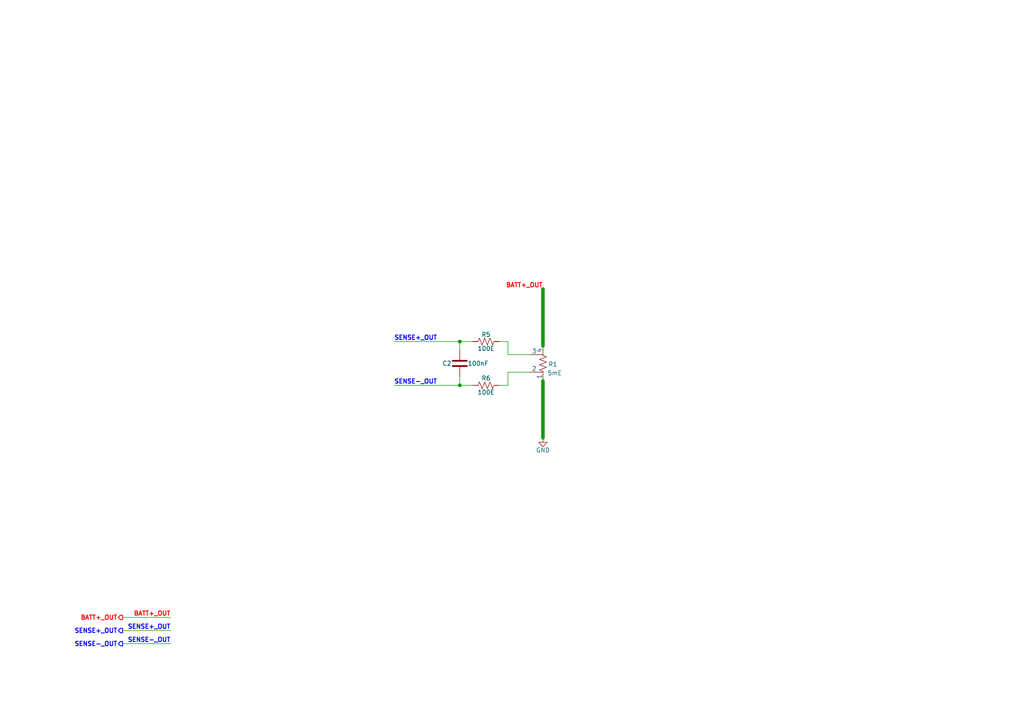
<source format=kicad_sch>
(kicad_sch (version 20231120) (generator "eeschema") (generator_version "8.0")
  (paper "A4")
  (title_block (title "Current Shunt") (date "2024-03-18") (rev "v1.0") (company "HW-Tinkerers") (comment 1 "Email: bhandarkasrishtikr111@gmail.com") (comment 2 "Author: Srishtik Bhandarkar") (comment 3 "Email: vaibhavkhatri00@gmail.com") (comment 4 "Author: Vaibhav Khatri"))
  (lib_symbols
    (symbol "PP_PoC:C" (pin_numbers hide) (pin_names (offset 0.254))
      (property "Reference" "C" (at 0.635 2.54 0))
      (property "Value" "C" (at 0.635 -2.54 0))
      (symbol "C_0_1"
        (polyline (pts (xy -2.032 -0.762) (xy 2.032 -0.762)) (stroke (width 0.508)))
        (polyline (pts (xy -2.032 0.762) (xy 2.032 0.762)) (stroke (width 0.508)))
      )
      (symbol "C_1_1"
        (pin passive line (at 0 3.81 270) (length 2.794) (name "~") (number "1"))
        (pin passive line (at 0 -3.81 90) (length 2.794) (name "~") (number "2"))
      )
    )
    (symbol "PP_PoC:GND" (power) (pin_numbers hide) (pin_names (offset 0) hide)
      (property "Value" "GND" (at 0 -3.302 0))
      (symbol "GND_0_1"
        (polyline (pts (xy 0 0) (xy 0 -1.27) (xy 1.27 -1.27) (xy 0 -2.54) (xy -1.27 -1.27) (xy 0 -1.27)))
      )
      (symbol "GND_1_1"
        (pin power_in line (at 0 0 270) (length 0) (name "~") (number "1"))
      )
    )
    (symbol "PP_PoC:R_Shunt_US" (pin_numbers hide) (pin_names (offset 0))
      (property "Reference" "R" (at -5.08 0 90))
      (property "Value" "R_Shunt_US" (at -3.048 0 90))
      (symbol "R_Shunt_US_1_1"
        (polyline (pts (xy 0 -2.54) (xy 1.27 -2.54)))
        (polyline (pts (xy 0 -2.286) (xy 0 -2.54)))
        (polyline (pts (xy 0 2.286) (xy 0 2.54)))
        (polyline (pts (xy 1.27 2.54) (xy 0 2.54)))
        (polyline (pts (xy 0 -0.762) (xy 1.016 -1.143) (xy 0 -1.524) (xy -1.016 -1.905) (xy 0 -2.286)))
        (polyline (pts (xy 0 0.762) (xy 1.016 0.381) (xy 0 0) (xy -1.016 -0.381) (xy 0 -0.762)))
        (polyline (pts (xy 0 2.286) (xy 1.016 1.905) (xy 0 1.524) (xy -1.016 1.143) (xy 0 0.762)))
        (pin passive line (at 0 5.08 270) (length 2.54) (name "1") (number "1"))
        (pin passive line (at 3.81 2.54 180) (length 2.54) (name "2") (number "2"))
        (pin passive line (at 3.81 -2.54 180) (length 2.54) (name "3") (number "3"))
        (pin passive line (at 0 -5.08 90) (length 2.54) (name "4") (number "4"))
      )
    )
    (symbol "PP_PoC:R_US" (pin_numbers hide) (pin_names (offset 0))
      (property "Reference" "R" (at 2.54 0 90))
      (property "Value" "R_US" (at -2.54 0 90))
      (symbol "R_US_0_1"
        (polyline (pts (xy 0 -2.286) (xy 0 -2.54)))
        (polyline (pts (xy 0 2.286) (xy 0 2.54)))
        (polyline (pts (xy 0 -0.762) (xy 1.016 -1.143) (xy 0 -1.524) (xy -1.016 -1.905) (xy 0 -2.286)))
        (polyline (pts (xy 0 0.762) (xy 1.016 0.381) (xy 0 0) (xy -1.016 -0.381) (xy 0 -0.762)))
        (polyline (pts (xy 0 2.286) (xy 1.016 1.905) (xy 0 1.524) (xy -1.016 1.143) (xy 0 0.762)))
      )
      (symbol "R_US_1_1"
        (pin passive line (at 0 3.81 270) (length 1.27) (name "~") (number "1"))
        (pin passive line (at 0 -3.81 90) (length 1.27) (name "~") (number "2"))
      )
    )
  )
  (junction (at 133.35 99.06))
  (junction (at 133.35 111.76))
  (wire (pts (xy 35.56 182.88) (xy 49.53 182.88)))
  (wire (pts (xy 157.48 110.49) (xy 157.48 127)) (stroke (width 1)))
  (wire (pts (xy 133.35 109.22) (xy 133.35 111.76)))
  (wire (pts (xy 147.32 102.87) (xy 153.67 102.87)))
  (wire (pts (xy 133.35 99.06) (xy 133.35 101.6)))
  (wire (pts (xy 147.32 99.06) (xy 147.32 102.87)))
  (wire (pts (xy 114.3 111.76) (xy 133.35 111.76)))
  (wire (pts (xy 144.78 99.06) (xy 147.32 99.06)))
  (wire (pts (xy 157.48 83.82) (xy 157.48 100.33)) (stroke (width 1)))
  (wire (pts (xy 114.3 99.06) (xy 133.35 99.06)))
  (wire (pts (xy 133.35 111.76) (xy 137.16 111.76)))
  (wire (pts (xy 147.32 111.76) (xy 147.32 107.95)))
  (wire (pts (xy 147.32 107.95) (xy 153.67 107.95)))
  (wire (pts (xy 144.78 111.76) (xy 147.32 111.76)))
  (wire (pts (xy 133.35 99.06) (xy 137.16 99.06)))
  (wire (pts (xy 35.56 186.69) (xy 49.53 186.69)))
  (wire (pts (xy 35.56 179.07) (xy 49.53 179.07)))
  (label "SENSE+_OUT" (at 114.3 99.06 0) (effects (font (thickness 0.254) (bold yes))))
  (label "BATT+_OUT" (at 157.48 83.82 180) (effects (font (bold yes))))
  (label "SENSE-_OUT" (at 114.3 111.76 0) (effects (font (thickness 0.254) (bold yes))))
  (label "SENSE+_OUT" (at 49.53 182.88 180) (effects (font (thickness 0.254) (bold yes))))
  (label "SENSE-_OUT" (at 49.53 186.69 180) (effects (font (thickness 0.254) (bold yes))))
  (label "BATT+_OUT" (at 49.53 179.07 180) (effects (font (bold yes))))
  (hierarchical_label "SENSE+_OUT" (shape output) (at 35.56 182.88 180) (effects (font (thickness 0.254) (bold yes))))
  (hierarchical_label "BATT+_OUT" (shape output) (at 35.56 179.07 180) (effects (font (thickness 0.254) (bold yes))))
  (hierarchical_label "SENSE-_OUT" (shape output) (at 35.56 186.69 180) (effects (font (thickness 0.254) (bold yes))))
  (symbol (lib_id "PP_PoC:C") (at 133.35 105.41 180) (unit 1)
    (property "Reference" "C2" (at 128.27 105.41 0) (effects (justify right)))
    (property "Value" "100nF" (at 135.636 105.41 0) (effects (justify right)))
    (property "Footprint" "PP_PoC:C_0603_1608Metric_Pad1.08x0.95mm_HandSolder" (effects (hide yes)))
    (property "Description" "Unpolarized capacitor" (effects (hide yes)))
    (property "Robu" "872079" (effects (hide yes)))
  )
  (symbol (lib_id "PP_PoC:R_US") (at 140.97 111.76 90) (unit 1)
    (property "Reference" "R6" (at 140.97 109.728 90))
    (property "Value" "100E" (at 140.97 113.792 90))
    (property "Footprint" "PP_PoC:R_0402_1005Metric_Pad0.72x0.64mm_HandSolder" (effects (hide yes)))
    (property "Description" "Resistor, US symbol" (effects (hide yes)))
    (property "PN" "WR04X1000FTL" (effects (hide yes)))
  )
  (symbol (lib_id "PP_PoC:R_US") (at 140.97 99.06 90) (unit 1)
    (property "Reference" "R5" (at 140.97 97.028 90))
    (property "Value" "100E" (at 140.97 101.092 90))
    (property "Footprint" "PP_PoC:R_0402_1005Metric_Pad0.72x0.64mm_HandSolder" (effects (hide yes)))
    (property "Description" "Resistor, US symbol" (effects (hide yes)))
    (property "PN" "WR04X1000FTL" (effects (hide yes)))
  )
  (symbol (lib_id "PP_PoC:R_Shunt_US") (at 157.48 105.41 180) (unit 1)
    (property "Reference" "R1" (at 159.004 105.664 0) (effects (justify right)))
    (property "Value" "5mE" (at 158.75 108.204 0) (effects (justify right)))
    (property "Footprint" "PP_PoC:R_2512_6332Metric" (effects (hide yes)))
    (property "Description" "Shunt resistor, US symbol" (effects (hide yes)))
    (property "Robu" "591923" (effects (hide yes)))
  )
  (symbol (lib_id "PP_PoC:GND") (at 157.48 127 0) (unit 1)
    (property "Reference" "#PWR06" (effects (hide yes)))
    (property "Value" "GND" (at 157.48 130.556 0))
    (property "Description" "Power symbol creates a global label with name \"GND\" , ground" (effects (hide yes)))
  )
)
</source>
